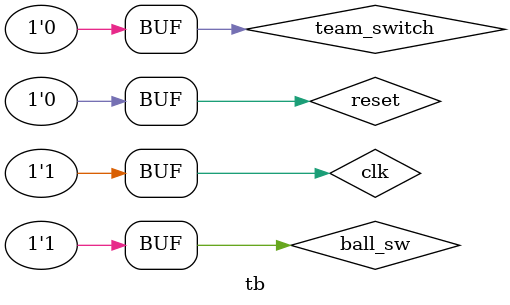
<source format=v>
`timescale 1ns / 1ps
module tb;

    // Inputs
    reg clk;
    reg reset;
    reg ball_sw;
    reg team_switch;
    
    // Outputs
    wire inning_over;
    wire game_over;
    wire winner;
    wire [3:0] lfsr_out;
    wire [7:0] runs;
    wire [3:0] wickets;

    // Instantiate the Unit Under Test (UUT)
    cricket_game_sim uut (clk,reset,ball_sw,team_switch,inning_over,game_over,winner,lfsr_out,runs,wickets);

    // Initialize inputs
    initial begin
        ball_sw = 0;
        team_switch = 0;
        reset = 1;
        #80
        reset = 0;
        #400;
    end

    // Toggle inputs periodically
    always begin
        clk = 0;
        #5; // 50% duty cycle
        clk = 1;
        #5;
    end 
    
    always begin
        ball_sw = 0;
        #20;
        ball_sw = 1;
        #20;
    end

    // Monitor function to display outputs
    initial begin
        $monitor("Time = %0t | inning_over = %b, game_over = %b, winner = %b, lfsr_out = %b, runs = %d, wickets = %d",
                 $time, inning_over, game_over, winner, lfsr_out, runs, wickets);
    end

endmodule

</source>
